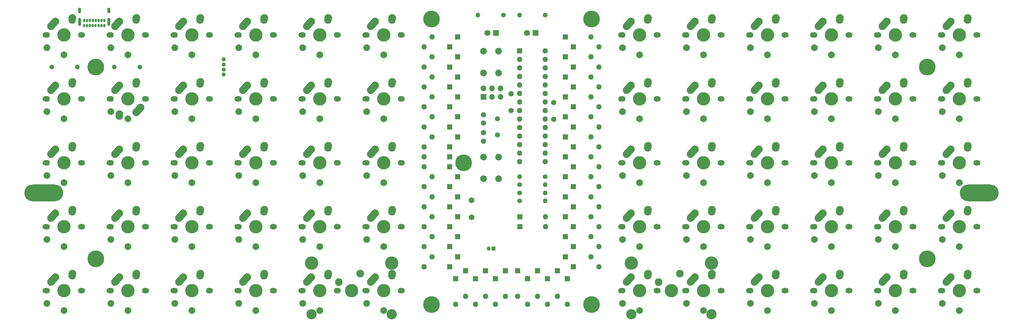
<source format=gbr>
%TF.GenerationSoftware,KiCad,Pcbnew,6.0.10-86aedd382b~118~ubuntu22.10.1*%
%TF.CreationDate,2023-02-06T16:49:43+01:00*%
%TF.ProjectId,lumberjack,6c756d62-6572-46a6-9163-6b2e6b696361,1.7*%
%TF.SameCoordinates,Original*%
%TF.FileFunction,Soldermask,Top*%
%TF.FilePolarity,Negative*%
%FSLAX46Y46*%
G04 Gerber Fmt 4.6, Leading zero omitted, Abs format (unit mm)*
G04 Created by KiCad (PCBNEW 6.0.10-86aedd382b~118~ubuntu22.10.1) date 2023-02-06 16:49:43*
%MOMM*%
%LPD*%
G01*
G04 APERTURE LIST*
G04 Aperture macros list*
%AMHorizOval*
0 Thick line with rounded ends*
0 $1 width*
0 $2 $3 position (X,Y) of the first rounded end (center of the circle)*
0 $4 $5 position (X,Y) of the second rounded end (center of the circle)*
0 Add line between two ends*
20,1,$1,$2,$3,$4,$5,0*
0 Add two circle primitives to create the rounded ends*
1,1,$1,$2,$3*
1,1,$1,$4,$5*%
G04 Aperture macros list end*
%ADD10C,1.600000*%
%ADD11R,1.800000X1.800000*%
%ADD12C,1.800000*%
%ADD13R,1.600000X1.600000*%
%ADD14O,1.600000X1.600000*%
%ADD15C,1.710000*%
%ADD16R,1.200000X1.200000*%
%ADD17C,1.200000*%
%ADD18C,2.000000*%
%ADD19C,5.000000*%
%ADD20O,11.600000X5.000000*%
%ADD21C,3.048000*%
%ADD22C,3.987800*%
%ADD23C,2.286000*%
%ADD24R,1.700000X1.700000*%
%ADD25O,1.700000X1.700000*%
%ADD26C,1.400000*%
%ADD27O,1.400000X1.400000*%
%ADD28C,1.500000*%
%ADD29C,1.700000*%
%ADD30C,1.750000*%
%ADD31HorizOval,2.250000X0.019771X0.290016X-0.019771X-0.290016X0*%
%ADD32C,2.250000*%
%ADD33HorizOval,2.250000X0.654995X0.730004X-0.654995X-0.730004X0*%
%ADD34HorizOval,2.250000X-0.019771X-0.290016X0.019771X0.290016X0*%
%ADD35HorizOval,2.250000X-0.654995X-0.730004X0.654995X0.730004X0*%
%ADD36O,0.650000X1.000000*%
%ADD37O,0.900000X2.400000*%
%ADD38O,0.900000X1.700000*%
%ADD39C,1.244600*%
G04 APERTURE END LIST*
D10*
X144065746Y-95917191D03*
X144065746Y-93417191D03*
X144065746Y-88059374D03*
X144065746Y-90559374D03*
D11*
X159543884Y-63698491D03*
D12*
X157003884Y-63698491D03*
D13*
X154781380Y-69056308D03*
D14*
X154781380Y-71596308D03*
X154781380Y-74136308D03*
X154781380Y-76676308D03*
X154781380Y-79216308D03*
X154781380Y-81756308D03*
X154781380Y-84296308D03*
X154781380Y-86836308D03*
X154781380Y-89376308D03*
X154781380Y-91916308D03*
X154781380Y-94456308D03*
X154781380Y-96996308D03*
X154781380Y-99536308D03*
X154781380Y-102076308D03*
X162401380Y-102076308D03*
X162401380Y-99536308D03*
X162401380Y-96996308D03*
X162401380Y-94456308D03*
X162401380Y-91916308D03*
X162401380Y-89376308D03*
X162401380Y-86836308D03*
X162401380Y-84296308D03*
X162401380Y-81756308D03*
X162401380Y-79216308D03*
X162401380Y-76676308D03*
X162401380Y-74136308D03*
X162401380Y-71596308D03*
X162401380Y-69056308D03*
D15*
X140493868Y-113546035D03*
X140493868Y-118626035D03*
D13*
X136326677Y-82748507D03*
D14*
X128706677Y-82748507D03*
D13*
X136326677Y-118467287D03*
D14*
X128706677Y-118467287D03*
D13*
X150614189Y-134540738D03*
D14*
X150614189Y-142160738D03*
D13*
X147637624Y-136921990D03*
D14*
X147637624Y-144541990D03*
D13*
X144661059Y-134540738D03*
D14*
X144661059Y-142160738D03*
D13*
X138707929Y-134540738D03*
D14*
X138707929Y-142160738D03*
D16*
X147042311Y-127992295D03*
D17*
X145542311Y-127992295D03*
D13*
X136326677Y-76795377D03*
D14*
X128706677Y-76795377D03*
D18*
X144065746Y-100656340D03*
X144065746Y-107156340D03*
X148565746Y-107156340D03*
X148565746Y-100656340D03*
D19*
X128587608Y-59531300D03*
X176212648Y-59531300D03*
X128587608Y-144661059D03*
X176212648Y-144661059D03*
D20*
X13096886Y-111323531D03*
X291703370Y-111323531D03*
D13*
X166092327Y-134540738D03*
D14*
X166092327Y-142160738D03*
D11*
X147796372Y-63698491D03*
D12*
X145256372Y-63698491D03*
D13*
X136326677Y-130373547D03*
D14*
X128706677Y-130373547D03*
D13*
X136326677Y-124420417D03*
D14*
X128706677Y-124420417D03*
D13*
X133945425Y-115490722D03*
D14*
X126325425Y-115490722D03*
D13*
X136326677Y-112514157D03*
D14*
X128706677Y-112514157D03*
D13*
X133945425Y-109537592D03*
D14*
X126325425Y-109537592D03*
D13*
X133945425Y-121443852D03*
D14*
X126325425Y-121443852D03*
D13*
X133945425Y-97631332D03*
D14*
X126325425Y-97631332D03*
D13*
X136326677Y-94654767D03*
D14*
X128706677Y-94654767D03*
D13*
X133945425Y-103584462D03*
D14*
X126325425Y-103584462D03*
D13*
X133945425Y-91678202D03*
D14*
X126325425Y-91678202D03*
D13*
X136326677Y-88701637D03*
D14*
X128706677Y-88701637D03*
D13*
X133945425Y-85725072D03*
D14*
X126325425Y-85725072D03*
D13*
X168473579Y-76795377D03*
D14*
X176093579Y-76795377D03*
D13*
X133945425Y-73818812D03*
D14*
X126325425Y-73818812D03*
D13*
X170854831Y-73818812D03*
D14*
X178474831Y-73818812D03*
D13*
X133945425Y-67865682D03*
D14*
X126325425Y-67865682D03*
D13*
X163115762Y-136921990D03*
D14*
X163115762Y-144541990D03*
D18*
X144065746Y-75604751D03*
X144065746Y-69104751D03*
X148565746Y-75604751D03*
X148565746Y-69104751D03*
D10*
X164940000Y-89400000D03*
X164940000Y-84400000D03*
D13*
X135731364Y-136921990D03*
D14*
X135731364Y-144541990D03*
D13*
X170854831Y-115490722D03*
D14*
X178474831Y-115490722D03*
D13*
X169068892Y-136921990D03*
D14*
X169068892Y-144541990D03*
D13*
X170854831Y-79771942D03*
D14*
X178474831Y-79771942D03*
D13*
X168473579Y-64889117D03*
D14*
X176093579Y-64889117D03*
D13*
X170854831Y-67865682D03*
D14*
X178474831Y-67865682D03*
D13*
X168473579Y-82748507D03*
D14*
X176093579Y-82748507D03*
D13*
X170854831Y-97631332D03*
D14*
X178474831Y-97631332D03*
D13*
X170854831Y-91678202D03*
D14*
X178474831Y-91678202D03*
D13*
X168473579Y-94654767D03*
D14*
X176093579Y-94654767D03*
D13*
X168473579Y-106561027D03*
D14*
X176093579Y-106561027D03*
D13*
X170854831Y-103584462D03*
D14*
X178474831Y-103584462D03*
D13*
X168473579Y-100607897D03*
D14*
X176093579Y-100607897D03*
D13*
X170854831Y-85725072D03*
D14*
X178474831Y-85725072D03*
D13*
X168473579Y-112514157D03*
D14*
X176093579Y-112514157D03*
D13*
X170854831Y-109537592D03*
D14*
X178474831Y-109537592D03*
D13*
X168473579Y-118467287D03*
D14*
X176093579Y-118467287D03*
D13*
X168473579Y-88701637D03*
D14*
X176093579Y-88701637D03*
D13*
X168473579Y-70842247D03*
D14*
X176093579Y-70842247D03*
D13*
X170854831Y-133350112D03*
D14*
X178474831Y-133350112D03*
D13*
X168473579Y-124420417D03*
D14*
X176093579Y-124420417D03*
D13*
X154186067Y-134540738D03*
D14*
X154186067Y-142160738D03*
D13*
X170854831Y-121443852D03*
D14*
X178474831Y-121443852D03*
D13*
X170854831Y-127396982D03*
D14*
X178474831Y-127396982D03*
D13*
X168473579Y-130373547D03*
D14*
X176093579Y-130373547D03*
D13*
X157162632Y-136921990D03*
D14*
X157162632Y-144541990D03*
D21*
X211963168Y-147478868D03*
X188087168Y-147478868D03*
D22*
X200025168Y-140493868D03*
X188087168Y-132238868D03*
X211963168Y-132238868D03*
D23*
X202565168Y-135413868D03*
X196215168Y-137953868D03*
D21*
X92837088Y-147478868D03*
D22*
X92837088Y-132238868D03*
X104775088Y-140493868D03*
D21*
X116713088Y-147478868D03*
D22*
X116713088Y-132238868D03*
D23*
X107315088Y-135413868D03*
X100965088Y-137953868D03*
D10*
X152241000Y-81800000D03*
X152241000Y-86800000D03*
D24*
X144065746Y-82748507D03*
D25*
X144065746Y-80208507D03*
X146605746Y-82748507D03*
X146605746Y-80208507D03*
X149145746Y-82748507D03*
X149145746Y-80208507D03*
D19*
X138112616Y-102393836D03*
D13*
X160139197Y-134540738D03*
D14*
X160139197Y-142160738D03*
D13*
X133945425Y-133350112D03*
D14*
X126325425Y-133350112D03*
D13*
X136326677Y-106561027D03*
D14*
X128706677Y-106561027D03*
D13*
X133945425Y-100607897D03*
D14*
X126325425Y-100607897D03*
D13*
X133945425Y-79771942D03*
D14*
X126325425Y-79771942D03*
D26*
X162401380Y-106561027D03*
D27*
X154781380Y-106561027D03*
D28*
X148200000Y-89250000D03*
X148200000Y-94130000D03*
D13*
X133945425Y-127396982D03*
D14*
X126325425Y-127396982D03*
D26*
X154781380Y-113704783D03*
D27*
X162401380Y-113704783D03*
D26*
X150018876Y-58340674D03*
D27*
X142398876Y-58340674D03*
D26*
X162401380Y-58340674D03*
D27*
X154781380Y-58340674D03*
D26*
X154781380Y-111323531D03*
D27*
X162401380Y-111323531D03*
D13*
X154900449Y-121443852D03*
D14*
X162520449Y-121443852D03*
D13*
X154900449Y-118467287D03*
D14*
X162520449Y-118467287D03*
D26*
X15478138Y-73818812D03*
D27*
X23098138Y-73818812D03*
D26*
X41671910Y-73818812D03*
D27*
X34051910Y-73818812D03*
D26*
X154781380Y-108942279D03*
D27*
X162401380Y-108942279D03*
D13*
X136326677Y-64889117D03*
D14*
X128706677Y-64889117D03*
D13*
X136326677Y-70842247D03*
D14*
X128706677Y-70842247D03*
D13*
X141684494Y-136921990D03*
D14*
X141684494Y-144541990D03*
D29*
X24550016Y-83343820D03*
D30*
X13970016Y-83343820D03*
X24130016Y-83343820D03*
D29*
X13550016Y-83343820D03*
D30*
X13970016Y-83343820D03*
D29*
X24550016Y-83343820D03*
D30*
X24130016Y-83343820D03*
D22*
X19050016Y-83343820D03*
X19050016Y-83343820D03*
D29*
X13550016Y-83343820D03*
D18*
X14050016Y-87143820D03*
D31*
X21569787Y-78553804D03*
D32*
X21590016Y-78263820D03*
D18*
X19050016Y-89243820D03*
D33*
X15895011Y-80073816D03*
D32*
X16550016Y-79343820D03*
D30*
X24130016Y-102393836D03*
D22*
X19050016Y-102393836D03*
D29*
X24550016Y-102393836D03*
X13550016Y-102393836D03*
X24550016Y-102393836D03*
X13550016Y-102393836D03*
D30*
X13970016Y-102393836D03*
D22*
X19050016Y-102393836D03*
D30*
X13970016Y-102393836D03*
X24130016Y-102393836D03*
D32*
X21590016Y-97313836D03*
D31*
X21569787Y-97603820D03*
D18*
X14050016Y-106193836D03*
D32*
X16550016Y-98393836D03*
D18*
X19050016Y-108293836D03*
D33*
X15895011Y-99123832D03*
D29*
X13550016Y-121443852D03*
X13550016Y-121443852D03*
D30*
X24130016Y-121443852D03*
X13970016Y-121443852D03*
X24130016Y-121443852D03*
D29*
X24550016Y-121443852D03*
D22*
X19050016Y-121443852D03*
D29*
X24550016Y-121443852D03*
D22*
X19050016Y-121443852D03*
D30*
X13970016Y-121443852D03*
D18*
X14050016Y-125243852D03*
D32*
X21590016Y-116363852D03*
D31*
X21569787Y-116653836D03*
D32*
X16550016Y-117443852D03*
D18*
X19050016Y-127343852D03*
D33*
X15895011Y-118173848D03*
D30*
X13970016Y-140493868D03*
D29*
X24550016Y-140493868D03*
X13550016Y-140493868D03*
X24550016Y-140493868D03*
D30*
X13970016Y-140493868D03*
D22*
X19050016Y-140493868D03*
D29*
X13550016Y-140493868D03*
D30*
X24130016Y-140493868D03*
D22*
X19050016Y-140493868D03*
D30*
X24130016Y-140493868D03*
D32*
X21590016Y-135413868D03*
D31*
X21569787Y-135703852D03*
D18*
X14050016Y-144293868D03*
D33*
X15895011Y-137223864D03*
D18*
X19050016Y-146393868D03*
D32*
X16550016Y-136493868D03*
D29*
X32600032Y-140493868D03*
D22*
X38100032Y-140493868D03*
D29*
X43600032Y-140493868D03*
X32600032Y-140493868D03*
D30*
X43180032Y-140493868D03*
X43180032Y-140493868D03*
D29*
X43600032Y-140493868D03*
D22*
X38100032Y-140493868D03*
D30*
X33020032Y-140493868D03*
X33020032Y-140493868D03*
D32*
X40640032Y-135413868D03*
D31*
X40619803Y-135703852D03*
D18*
X33100032Y-144293868D03*
D32*
X35600032Y-136493868D03*
D18*
X38100032Y-146393868D03*
D33*
X34945027Y-137223864D03*
D29*
X32600032Y-64293804D03*
D30*
X43180032Y-64293804D03*
D29*
X32600032Y-64293804D03*
X43600032Y-64293804D03*
D30*
X33020032Y-64293804D03*
X43180032Y-64293804D03*
D22*
X38100032Y-64293804D03*
D29*
X43600032Y-64293804D03*
D22*
X38100032Y-64293804D03*
D30*
X33020032Y-64293804D03*
D31*
X40619803Y-59503788D03*
D32*
X40640032Y-59213804D03*
D18*
X33100032Y-68093804D03*
D32*
X35600032Y-60293804D03*
D18*
X38100032Y-70193804D03*
D33*
X34945027Y-61023800D03*
D30*
X33020032Y-83343820D03*
D22*
X38100032Y-83343820D03*
D29*
X32600032Y-83343820D03*
D30*
X43180032Y-83343820D03*
D22*
X38100032Y-83343820D03*
D30*
X33020032Y-83343820D03*
X43180032Y-83343820D03*
D29*
X43600032Y-83343820D03*
X32600032Y-83343820D03*
X43600032Y-83343820D03*
D32*
X35560032Y-88423820D03*
D31*
X40619803Y-78553804D03*
D32*
X40640032Y-78263820D03*
D34*
X35580261Y-88133836D03*
D18*
X33100032Y-87143820D03*
D32*
X40600032Y-87343820D03*
X35600032Y-79343820D03*
D18*
X38100032Y-89243820D03*
D35*
X41255037Y-86613824D03*
D33*
X34945027Y-80073816D03*
D30*
X43180032Y-102393836D03*
D29*
X43600032Y-102393836D03*
D30*
X43180032Y-102393836D03*
D29*
X32600032Y-102393836D03*
D30*
X33020032Y-102393836D03*
D29*
X32600032Y-102393836D03*
X43600032Y-102393836D03*
D22*
X38100032Y-102393836D03*
X38100032Y-102393836D03*
D30*
X33020032Y-102393836D03*
D31*
X40619803Y-97603820D03*
D32*
X40640032Y-97313836D03*
D18*
X33100032Y-106193836D03*
X38100032Y-108293836D03*
D33*
X34945027Y-99123832D03*
D32*
X35600032Y-98393836D03*
D30*
X33020032Y-121443852D03*
D29*
X43600032Y-121443852D03*
D30*
X33020032Y-121443852D03*
D29*
X32600032Y-121443852D03*
D22*
X38100032Y-121443852D03*
D29*
X32600032Y-121443852D03*
D30*
X43180032Y-121443852D03*
D29*
X43600032Y-121443852D03*
D30*
X43180032Y-121443852D03*
D22*
X38100032Y-121443852D03*
D31*
X40619803Y-116653836D03*
D32*
X40640032Y-116363852D03*
D18*
X33100032Y-125243852D03*
X38100032Y-127343852D03*
D33*
X34945027Y-118173848D03*
D32*
X35600032Y-117443852D03*
D29*
X51650048Y-121443852D03*
D30*
X62230048Y-121443852D03*
D29*
X62650048Y-121443852D03*
D30*
X52070048Y-121443852D03*
D22*
X57150048Y-121443852D03*
D29*
X62650048Y-121443852D03*
D30*
X52070048Y-121443852D03*
D29*
X51650048Y-121443852D03*
D30*
X62230048Y-121443852D03*
D22*
X57150048Y-121443852D03*
D31*
X59669819Y-116653836D03*
D32*
X59690048Y-116363852D03*
D18*
X52150048Y-125243852D03*
D32*
X54650048Y-117443852D03*
D33*
X53995043Y-118173848D03*
D18*
X57150048Y-127343852D03*
D29*
X51650048Y-140493868D03*
X62650048Y-140493868D03*
X51650048Y-140493868D03*
D30*
X52070048Y-140493868D03*
D29*
X62650048Y-140493868D03*
D30*
X62230048Y-140493868D03*
X52070048Y-140493868D03*
D22*
X57150048Y-140493868D03*
D30*
X62230048Y-140493868D03*
D22*
X57150048Y-140493868D03*
D31*
X59669819Y-135703852D03*
D32*
X59690048Y-135413868D03*
D18*
X52150048Y-144293868D03*
D33*
X53995043Y-137223864D03*
D18*
X57150048Y-146393868D03*
D32*
X54650048Y-136493868D03*
D29*
X51650048Y-102393836D03*
X51650048Y-102393836D03*
D22*
X57150048Y-102393836D03*
D30*
X62230048Y-102393836D03*
X62230048Y-102393836D03*
X52070048Y-102393836D03*
D29*
X62650048Y-102393836D03*
X62650048Y-102393836D03*
D22*
X57150048Y-102393836D03*
D30*
X52070048Y-102393836D03*
D18*
X52150048Y-106193836D03*
D32*
X59690048Y-97313836D03*
D31*
X59669819Y-97603820D03*
D32*
X54650048Y-98393836D03*
D33*
X53995043Y-99123832D03*
D18*
X57150048Y-108293836D03*
D29*
X70700064Y-102393836D03*
D22*
X76200064Y-102393836D03*
D29*
X81700064Y-102393836D03*
D30*
X71120064Y-102393836D03*
D29*
X81700064Y-102393836D03*
D22*
X76200064Y-102393836D03*
D30*
X81280064Y-102393836D03*
D29*
X70700064Y-102393836D03*
D30*
X71120064Y-102393836D03*
X81280064Y-102393836D03*
D32*
X78740064Y-97313836D03*
D31*
X78719835Y-97603820D03*
D18*
X71200064Y-106193836D03*
X76200064Y-108293836D03*
D32*
X73700064Y-98393836D03*
D33*
X73045059Y-99123832D03*
D22*
X76200064Y-121443852D03*
D29*
X70700064Y-121443852D03*
X81700064Y-121443852D03*
D30*
X81280064Y-121443852D03*
X71120064Y-121443852D03*
D29*
X70700064Y-121443852D03*
X81700064Y-121443852D03*
D30*
X81280064Y-121443852D03*
D22*
X76200064Y-121443852D03*
D30*
X71120064Y-121443852D03*
D18*
X71200064Y-125243852D03*
D32*
X78740064Y-116363852D03*
D31*
X78719835Y-116653836D03*
D32*
X73700064Y-117443852D03*
D33*
X73045059Y-118173848D03*
D18*
X76200064Y-127343852D03*
D30*
X71120064Y-140493868D03*
D29*
X70700064Y-140493868D03*
X70700064Y-140493868D03*
D30*
X71120064Y-140493868D03*
X81280064Y-140493868D03*
X81280064Y-140493868D03*
D29*
X81700064Y-140493868D03*
X81700064Y-140493868D03*
D22*
X76200064Y-140493868D03*
X76200064Y-140493868D03*
D18*
X71200064Y-144293868D03*
D32*
X78740064Y-135413868D03*
D31*
X78719835Y-135703852D03*
D32*
X73700064Y-136493868D03*
D33*
X73045059Y-137223864D03*
D18*
X76200064Y-146393868D03*
D22*
X76200064Y-64293804D03*
D30*
X81280064Y-64293804D03*
D29*
X81700064Y-64293804D03*
X70700064Y-64293804D03*
D22*
X76200064Y-64293804D03*
D29*
X81700064Y-64293804D03*
X70700064Y-64293804D03*
D30*
X71120064Y-64293804D03*
X81280064Y-64293804D03*
X71120064Y-64293804D03*
D32*
X78740064Y-59213804D03*
D18*
X71200064Y-68093804D03*
D31*
X78719835Y-59503788D03*
D18*
X76200064Y-70193804D03*
D32*
X73700064Y-60293804D03*
D33*
X73045059Y-61023800D03*
D29*
X81700064Y-83343820D03*
D22*
X76200064Y-83343820D03*
D30*
X81280064Y-83343820D03*
D29*
X70700064Y-83343820D03*
X70700064Y-83343820D03*
D30*
X81280064Y-83343820D03*
X71120064Y-83343820D03*
D29*
X81700064Y-83343820D03*
D30*
X71120064Y-83343820D03*
D22*
X76200064Y-83343820D03*
D32*
X78740064Y-78263820D03*
D31*
X78719835Y-78553804D03*
D18*
X71200064Y-87143820D03*
X76200064Y-89243820D03*
D33*
X73045059Y-80073816D03*
D32*
X73700064Y-79343820D03*
D29*
X100750080Y-83343820D03*
X89750080Y-83343820D03*
X100750080Y-83343820D03*
X89750080Y-83343820D03*
D30*
X90170080Y-83343820D03*
D22*
X95250080Y-83343820D03*
D30*
X100330080Y-83343820D03*
X90170080Y-83343820D03*
X100330080Y-83343820D03*
D22*
X95250080Y-83343820D03*
D32*
X97790080Y-78263820D03*
D18*
X90250080Y-87143820D03*
D31*
X97769851Y-78553804D03*
D33*
X92095075Y-80073816D03*
D32*
X92750080Y-79343820D03*
D18*
X95250080Y-89243820D03*
D30*
X90170080Y-102393836D03*
D22*
X95250080Y-102393836D03*
D30*
X100330080Y-102393836D03*
D29*
X100750080Y-102393836D03*
D22*
X95250080Y-102393836D03*
D29*
X89750080Y-102393836D03*
X89750080Y-102393836D03*
X100750080Y-102393836D03*
D30*
X90170080Y-102393836D03*
X100330080Y-102393836D03*
D31*
X97769851Y-97603820D03*
D32*
X97790080Y-97313836D03*
D18*
X90250080Y-106193836D03*
X95250080Y-108293836D03*
D33*
X92095075Y-99123832D03*
D32*
X92750080Y-98393836D03*
D22*
X95250080Y-121443852D03*
D30*
X90170080Y-121443852D03*
X90170080Y-121443852D03*
D22*
X95250080Y-121443852D03*
D30*
X100330080Y-121443852D03*
D29*
X89750080Y-121443852D03*
X100750080Y-121443852D03*
D30*
X100330080Y-121443852D03*
D29*
X100750080Y-121443852D03*
X89750080Y-121443852D03*
D32*
X97790080Y-116363852D03*
D18*
X90250080Y-125243852D03*
D31*
X97769851Y-116653836D03*
D18*
X95250080Y-127343852D03*
D33*
X92095075Y-118173848D03*
D32*
X92750080Y-117443852D03*
D29*
X100750080Y-140493868D03*
D22*
X95250080Y-140493868D03*
X95250080Y-140493868D03*
D29*
X89750080Y-140493868D03*
X89750080Y-140493868D03*
D30*
X100330080Y-140493868D03*
X90170080Y-140493868D03*
D29*
X100750080Y-140493868D03*
D30*
X100330080Y-140493868D03*
X90170080Y-140493868D03*
D32*
X97790080Y-135413868D03*
D18*
X90250080Y-144293868D03*
D31*
X97769851Y-135703852D03*
D33*
X92095075Y-137223864D03*
D32*
X92750080Y-136493868D03*
D18*
X95250080Y-146393868D03*
D29*
X89750080Y-64293804D03*
D30*
X90170080Y-64293804D03*
D22*
X95250080Y-64293804D03*
D29*
X100750080Y-64293804D03*
X89750080Y-64293804D03*
D30*
X100330080Y-64293804D03*
X100330080Y-64293804D03*
X90170080Y-64293804D03*
D29*
X100750080Y-64293804D03*
D22*
X95250080Y-64293804D03*
D18*
X90250080Y-68093804D03*
D31*
X97769851Y-59503788D03*
D32*
X97790080Y-59213804D03*
D33*
X92095075Y-61023800D03*
D18*
X95250080Y-70193804D03*
D32*
X92750080Y-60293804D03*
D29*
X119800096Y-64293804D03*
D22*
X114300096Y-64293804D03*
D30*
X119380096Y-64293804D03*
D29*
X108800096Y-64293804D03*
X119800096Y-64293804D03*
D30*
X119380096Y-64293804D03*
D22*
X114300096Y-64293804D03*
D30*
X109220096Y-64293804D03*
D29*
X108800096Y-64293804D03*
D30*
X109220096Y-64293804D03*
D31*
X116819867Y-59503788D03*
D18*
X109300096Y-68093804D03*
D32*
X116840096Y-59213804D03*
D33*
X111145091Y-61023800D03*
D32*
X111800096Y-60293804D03*
D18*
X114300096Y-70193804D03*
D29*
X108800096Y-83343820D03*
X119800096Y-83343820D03*
D22*
X114300096Y-83343820D03*
D30*
X109220096Y-83343820D03*
D29*
X119800096Y-83343820D03*
D30*
X109220096Y-83343820D03*
D22*
X114300096Y-83343820D03*
D30*
X119380096Y-83343820D03*
D29*
X108800096Y-83343820D03*
D30*
X119380096Y-83343820D03*
D32*
X116840096Y-78263820D03*
D31*
X116819867Y-78553804D03*
D18*
X109300096Y-87143820D03*
D33*
X111145091Y-80073816D03*
D18*
X114300096Y-89243820D03*
D32*
X111800096Y-79343820D03*
D30*
X109220096Y-102393836D03*
X109220096Y-102393836D03*
D29*
X108800096Y-102393836D03*
X108800096Y-102393836D03*
D30*
X119380096Y-102393836D03*
D22*
X114300096Y-102393836D03*
D29*
X119800096Y-102393836D03*
X119800096Y-102393836D03*
D22*
X114300096Y-102393836D03*
D30*
X119380096Y-102393836D03*
D31*
X116819867Y-97603820D03*
D18*
X109300096Y-106193836D03*
D32*
X116840096Y-97313836D03*
D18*
X114300096Y-108293836D03*
D32*
X111800096Y-98393836D03*
D33*
X111145091Y-99123832D03*
D29*
X108800096Y-121443852D03*
D30*
X109220096Y-121443852D03*
X119380096Y-121443852D03*
X109220096Y-121443852D03*
D29*
X119800096Y-121443852D03*
D22*
X114300096Y-121443852D03*
D29*
X108800096Y-121443852D03*
D22*
X114300096Y-121443852D03*
D30*
X119380096Y-121443852D03*
D29*
X119800096Y-121443852D03*
D18*
X109300096Y-125243852D03*
D32*
X116840096Y-116363852D03*
D31*
X116819867Y-116653836D03*
D18*
X114300096Y-127343852D03*
D33*
X111145091Y-118173848D03*
D32*
X111800096Y-117443852D03*
D30*
X109220096Y-140493868D03*
D29*
X108800096Y-140493868D03*
D30*
X119380096Y-140493868D03*
X119380096Y-140493868D03*
D22*
X114300096Y-140493868D03*
X114300096Y-140493868D03*
D29*
X119800096Y-140493868D03*
X119800096Y-140493868D03*
D30*
X109220096Y-140493868D03*
D29*
X108800096Y-140493868D03*
D32*
X116840096Y-135413868D03*
D18*
X109300096Y-144293868D03*
D31*
X116819867Y-135703852D03*
D32*
X111800096Y-136493868D03*
D18*
X114300096Y-146393868D03*
D33*
X111145091Y-137223864D03*
D29*
X291250240Y-64293804D03*
D22*
X285750240Y-64293804D03*
D30*
X280670240Y-64293804D03*
D29*
X291250240Y-64293804D03*
D30*
X290830240Y-64293804D03*
D29*
X280250240Y-64293804D03*
X280250240Y-64293804D03*
D22*
X285750240Y-64293804D03*
D30*
X280670240Y-64293804D03*
X290830240Y-64293804D03*
D32*
X288290240Y-59213804D03*
D31*
X288270011Y-59503788D03*
D18*
X280750240Y-68093804D03*
X285750240Y-70193804D03*
D32*
X283250240Y-60293804D03*
D33*
X282595235Y-61023800D03*
D29*
X280250240Y-83343820D03*
D30*
X280670240Y-83343820D03*
X280670240Y-83343820D03*
D22*
X285750240Y-83343820D03*
D30*
X290830240Y-83343820D03*
D29*
X291250240Y-83343820D03*
D22*
X285750240Y-83343820D03*
D29*
X291250240Y-83343820D03*
D30*
X290830240Y-83343820D03*
D29*
X280250240Y-83343820D03*
D31*
X288270011Y-78553804D03*
D18*
X280750240Y-87143820D03*
D32*
X288290240Y-78263820D03*
D33*
X282595235Y-80073816D03*
D18*
X285750240Y-89243820D03*
D32*
X283250240Y-79343820D03*
D30*
X290830240Y-102393836D03*
D22*
X285750240Y-102393836D03*
D30*
X280670240Y-102393836D03*
D29*
X291250240Y-102393836D03*
D22*
X285750240Y-102393836D03*
D30*
X280670240Y-102393836D03*
D29*
X291250240Y-102393836D03*
X280250240Y-102393836D03*
X280250240Y-102393836D03*
D30*
X290830240Y-102393836D03*
D18*
X280750240Y-106193836D03*
D31*
X288270011Y-97603820D03*
D32*
X288290240Y-97313836D03*
D33*
X282595235Y-99123832D03*
D18*
X285750240Y-108293836D03*
D32*
X283250240Y-98393836D03*
D22*
X285750240Y-121443852D03*
D30*
X290830240Y-121443852D03*
D22*
X285750240Y-121443852D03*
D30*
X280670240Y-121443852D03*
D29*
X291250240Y-121443852D03*
X291250240Y-121443852D03*
D30*
X290830240Y-121443852D03*
D29*
X280250240Y-121443852D03*
D30*
X280670240Y-121443852D03*
D29*
X280250240Y-121443852D03*
D31*
X288270011Y-116653836D03*
D18*
X280750240Y-125243852D03*
D32*
X288290240Y-116363852D03*
D18*
X285750240Y-127343852D03*
D32*
X283250240Y-117443852D03*
D33*
X282595235Y-118173848D03*
D29*
X291250240Y-140493868D03*
D30*
X290830240Y-140493868D03*
D29*
X291250240Y-140493868D03*
D22*
X285750240Y-140493868D03*
D30*
X280670240Y-140493868D03*
D29*
X280250240Y-140493868D03*
D30*
X290830240Y-140493868D03*
D22*
X285750240Y-140493868D03*
D30*
X280670240Y-140493868D03*
D29*
X280250240Y-140493868D03*
D31*
X288270011Y-135703852D03*
D18*
X280750240Y-144293868D03*
D32*
X288290240Y-135413868D03*
X283250240Y-136493868D03*
D33*
X282595235Y-137223864D03*
D18*
X285750240Y-146393868D03*
D30*
X261620224Y-140493868D03*
D29*
X261200224Y-140493868D03*
D30*
X271780224Y-140493868D03*
X271780224Y-140493868D03*
D29*
X272200224Y-140493868D03*
D22*
X266700224Y-140493868D03*
D29*
X272200224Y-140493868D03*
X261200224Y-140493868D03*
D22*
X266700224Y-140493868D03*
D30*
X261620224Y-140493868D03*
D18*
X261700224Y-144293868D03*
D32*
X269240224Y-135413868D03*
D31*
X269219995Y-135703852D03*
D18*
X266700224Y-146393868D03*
D32*
X264200224Y-136493868D03*
D33*
X263545219Y-137223864D03*
D30*
X261620224Y-64293804D03*
X261620224Y-64293804D03*
D29*
X272200224Y-64293804D03*
D22*
X266700224Y-64293804D03*
D29*
X272200224Y-64293804D03*
D30*
X271780224Y-64293804D03*
D29*
X261200224Y-64293804D03*
D30*
X271780224Y-64293804D03*
D29*
X261200224Y-64293804D03*
D22*
X266700224Y-64293804D03*
D18*
X261700224Y-68093804D03*
D31*
X269219995Y-59503788D03*
D32*
X269240224Y-59213804D03*
X264200224Y-60293804D03*
D18*
X266700224Y-70193804D03*
D33*
X263545219Y-61023800D03*
D30*
X271780224Y-83343820D03*
X261620224Y-83343820D03*
D29*
X261200224Y-83343820D03*
X272200224Y-83343820D03*
X272200224Y-83343820D03*
X261200224Y-83343820D03*
D22*
X266700224Y-83343820D03*
D30*
X261620224Y-83343820D03*
X271780224Y-83343820D03*
D22*
X266700224Y-83343820D03*
D31*
X269219995Y-78553804D03*
D32*
X269240224Y-78263820D03*
D18*
X261700224Y-87143820D03*
D33*
X263545219Y-80073816D03*
D32*
X264200224Y-79343820D03*
D18*
X266700224Y-89243820D03*
D30*
X261620224Y-102393836D03*
D29*
X272200224Y-102393836D03*
X272200224Y-102393836D03*
X261200224Y-102393836D03*
D30*
X271780224Y-102393836D03*
X271780224Y-102393836D03*
X261620224Y-102393836D03*
D22*
X266700224Y-102393836D03*
X266700224Y-102393836D03*
D29*
X261200224Y-102393836D03*
D18*
X261700224Y-106193836D03*
D32*
X269240224Y-97313836D03*
D31*
X269219995Y-97603820D03*
D33*
X263545219Y-99123832D03*
D32*
X264200224Y-98393836D03*
D18*
X266700224Y-108293836D03*
D30*
X261620224Y-121443852D03*
D29*
X261200224Y-121443852D03*
X272200224Y-121443852D03*
D22*
X266700224Y-121443852D03*
X266700224Y-121443852D03*
D29*
X261200224Y-121443852D03*
D30*
X261620224Y-121443852D03*
D29*
X272200224Y-121443852D03*
D30*
X271780224Y-121443852D03*
X271780224Y-121443852D03*
D31*
X269219995Y-116653836D03*
D18*
X261700224Y-125243852D03*
D32*
X269240224Y-116363852D03*
D33*
X263545219Y-118173848D03*
D32*
X264200224Y-117443852D03*
D18*
X266700224Y-127343852D03*
D29*
X253150208Y-121443852D03*
X242150208Y-121443852D03*
D22*
X247650208Y-121443852D03*
D30*
X242570208Y-121443852D03*
D22*
X247650208Y-121443852D03*
D29*
X253150208Y-121443852D03*
D30*
X252730208Y-121443852D03*
X252730208Y-121443852D03*
D29*
X242150208Y-121443852D03*
D30*
X242570208Y-121443852D03*
D32*
X250190208Y-116363852D03*
D31*
X250169979Y-116653836D03*
D18*
X242650208Y-125243852D03*
D32*
X245150208Y-117443852D03*
D33*
X244495203Y-118173848D03*
D18*
X247650208Y-127343852D03*
D30*
X242570208Y-140493868D03*
D29*
X242150208Y-140493868D03*
X253150208Y-140493868D03*
D22*
X247650208Y-140493868D03*
X247650208Y-140493868D03*
D30*
X242570208Y-140493868D03*
D29*
X253150208Y-140493868D03*
D30*
X252730208Y-140493868D03*
X252730208Y-140493868D03*
D29*
X242150208Y-140493868D03*
D32*
X250190208Y-135413868D03*
D31*
X250169979Y-135703852D03*
D18*
X242650208Y-144293868D03*
D32*
X245150208Y-136493868D03*
D18*
X247650208Y-146393868D03*
D33*
X244495203Y-137223864D03*
D30*
X252730208Y-64293804D03*
D22*
X247650208Y-64293804D03*
D29*
X242150208Y-64293804D03*
D30*
X252730208Y-64293804D03*
D22*
X247650208Y-64293804D03*
D29*
X242150208Y-64293804D03*
X253150208Y-64293804D03*
X253150208Y-64293804D03*
D30*
X242570208Y-64293804D03*
X242570208Y-64293804D03*
D32*
X250190208Y-59213804D03*
D31*
X250169979Y-59503788D03*
D18*
X242650208Y-68093804D03*
X247650208Y-70193804D03*
D32*
X245150208Y-60293804D03*
D33*
X244495203Y-61023800D03*
D30*
X252730208Y-83343820D03*
D22*
X247650208Y-83343820D03*
D29*
X253150208Y-83343820D03*
D30*
X252730208Y-83343820D03*
D22*
X247650208Y-83343820D03*
D30*
X242570208Y-83343820D03*
X242570208Y-83343820D03*
D29*
X253150208Y-83343820D03*
X242150208Y-83343820D03*
X242150208Y-83343820D03*
D18*
X242650208Y-87143820D03*
D31*
X250169979Y-78553804D03*
D32*
X250190208Y-78263820D03*
X245150208Y-79343820D03*
D18*
X247650208Y-89243820D03*
D33*
X244495203Y-80073816D03*
D30*
X252730208Y-102393836D03*
X252730208Y-102393836D03*
D29*
X242150208Y-102393836D03*
X242150208Y-102393836D03*
D30*
X242570208Y-102393836D03*
D22*
X247650208Y-102393836D03*
D29*
X253150208Y-102393836D03*
D22*
X247650208Y-102393836D03*
D29*
X253150208Y-102393836D03*
D30*
X242570208Y-102393836D03*
D18*
X242650208Y-106193836D03*
D32*
X250190208Y-97313836D03*
D31*
X250169979Y-97603820D03*
D18*
X247650208Y-108293836D03*
D33*
X244495203Y-99123832D03*
D32*
X245150208Y-98393836D03*
D30*
X223520192Y-102393836D03*
X223520192Y-102393836D03*
D22*
X228600192Y-102393836D03*
D30*
X233680192Y-102393836D03*
X233680192Y-102393836D03*
D29*
X234100192Y-102393836D03*
X223100192Y-102393836D03*
X223100192Y-102393836D03*
X234100192Y-102393836D03*
D22*
X228600192Y-102393836D03*
D31*
X231119963Y-97603820D03*
D32*
X231140192Y-97313836D03*
D18*
X223600192Y-106193836D03*
X228600192Y-108293836D03*
D32*
X226100192Y-98393836D03*
D33*
X225445187Y-99123832D03*
D29*
X234100192Y-121443852D03*
D30*
X223520192Y-121443852D03*
D29*
X223100192Y-121443852D03*
D30*
X233680192Y-121443852D03*
X233680192Y-121443852D03*
D29*
X234100192Y-121443852D03*
X223100192Y-121443852D03*
D30*
X223520192Y-121443852D03*
D22*
X228600192Y-121443852D03*
X228600192Y-121443852D03*
D32*
X231140192Y-116363852D03*
D18*
X223600192Y-125243852D03*
D31*
X231119963Y-116653836D03*
D32*
X226100192Y-117443852D03*
D18*
X228600192Y-127343852D03*
D33*
X225445187Y-118173848D03*
D30*
X233680192Y-140493868D03*
D29*
X234100192Y-140493868D03*
D22*
X228600192Y-140493868D03*
D30*
X223520192Y-140493868D03*
D29*
X223100192Y-140493868D03*
D30*
X223520192Y-140493868D03*
D29*
X223100192Y-140493868D03*
D30*
X233680192Y-140493868D03*
D29*
X234100192Y-140493868D03*
D22*
X228600192Y-140493868D03*
D31*
X231119963Y-135703852D03*
D18*
X223600192Y-144293868D03*
D32*
X231140192Y-135413868D03*
D18*
X228600192Y-146393868D03*
D33*
X225445187Y-137223864D03*
D32*
X226100192Y-136493868D03*
D22*
X228600192Y-64293804D03*
D30*
X223520192Y-64293804D03*
D29*
X223100192Y-64293804D03*
D30*
X233680192Y-64293804D03*
D22*
X228600192Y-64293804D03*
D30*
X223520192Y-64293804D03*
D29*
X234100192Y-64293804D03*
X234100192Y-64293804D03*
D30*
X233680192Y-64293804D03*
D29*
X223100192Y-64293804D03*
D18*
X223600192Y-68093804D03*
D31*
X231119963Y-59503788D03*
D32*
X231140192Y-59213804D03*
D33*
X225445187Y-61023800D03*
D32*
X226100192Y-60293804D03*
D18*
X228600192Y-70193804D03*
D29*
X234100192Y-83343820D03*
D30*
X223520192Y-83343820D03*
D29*
X223100192Y-83343820D03*
X223100192Y-83343820D03*
D30*
X223520192Y-83343820D03*
X233680192Y-83343820D03*
X233680192Y-83343820D03*
D22*
X228600192Y-83343820D03*
X228600192Y-83343820D03*
D29*
X234100192Y-83343820D03*
D18*
X223600192Y-87143820D03*
D31*
X231119963Y-78553804D03*
D32*
X231140192Y-78263820D03*
D18*
X228600192Y-89243820D03*
D32*
X226100192Y-79343820D03*
D33*
X225445187Y-80073816D03*
D30*
X204470176Y-83343820D03*
D22*
X209550176Y-83343820D03*
D29*
X204050176Y-83343820D03*
X204050176Y-83343820D03*
D30*
X204470176Y-83343820D03*
D29*
X215050176Y-83343820D03*
D22*
X209550176Y-83343820D03*
D30*
X214630176Y-83343820D03*
X214630176Y-83343820D03*
D29*
X215050176Y-83343820D03*
D18*
X204550176Y-87143820D03*
D32*
X212090176Y-78263820D03*
D31*
X212069947Y-78553804D03*
D32*
X207050176Y-79343820D03*
D18*
X209550176Y-89243820D03*
D33*
X206395171Y-80073816D03*
D22*
X209550176Y-102393836D03*
X209550176Y-102393836D03*
D29*
X215050176Y-102393836D03*
D30*
X204470176Y-102393836D03*
D29*
X204050176Y-102393836D03*
D30*
X214630176Y-102393836D03*
D29*
X204050176Y-102393836D03*
D30*
X204470176Y-102393836D03*
X214630176Y-102393836D03*
D29*
X215050176Y-102393836D03*
D18*
X204550176Y-106193836D03*
D31*
X212069947Y-97603820D03*
D32*
X212090176Y-97313836D03*
X207050176Y-98393836D03*
D33*
X206395171Y-99123832D03*
D18*
X209550176Y-108293836D03*
D29*
X215050176Y-121443852D03*
D30*
X204470176Y-121443852D03*
X214630176Y-121443852D03*
D29*
X204050176Y-121443852D03*
D22*
X209550176Y-121443852D03*
X209550176Y-121443852D03*
D30*
X214630176Y-121443852D03*
D29*
X204050176Y-121443852D03*
X215050176Y-121443852D03*
D30*
X204470176Y-121443852D03*
D31*
X212069947Y-116653836D03*
D18*
X204550176Y-125243852D03*
D32*
X212090176Y-116363852D03*
D18*
X209550176Y-127343852D03*
D32*
X207050176Y-117443852D03*
D33*
X206395171Y-118173848D03*
D29*
X215050176Y-140493868D03*
X204050176Y-140493868D03*
D30*
X204470176Y-140493868D03*
X214630176Y-140493868D03*
D22*
X209550176Y-140493868D03*
X209550176Y-140493868D03*
D30*
X214630176Y-140493868D03*
X204470176Y-140493868D03*
D29*
X204050176Y-140493868D03*
X215050176Y-140493868D03*
D31*
X212069947Y-135703852D03*
D18*
X204550176Y-144293868D03*
D32*
X212090176Y-135413868D03*
D18*
X209550176Y-146393868D03*
D32*
X207050176Y-136493868D03*
D33*
X206395171Y-137223864D03*
D30*
X204470176Y-64293804D03*
D29*
X204050176Y-64293804D03*
D22*
X209550176Y-64293804D03*
X209550176Y-64293804D03*
D29*
X215050176Y-64293804D03*
D30*
X214630176Y-64293804D03*
X204470176Y-64293804D03*
X214630176Y-64293804D03*
D29*
X215050176Y-64293804D03*
X204050176Y-64293804D03*
D31*
X212069947Y-59503788D03*
D32*
X212090176Y-59213804D03*
D18*
X204550176Y-68093804D03*
X209550176Y-70193804D03*
D33*
X206395171Y-61023800D03*
D32*
X207050176Y-60293804D03*
D30*
X195580160Y-64293804D03*
X185420160Y-64293804D03*
D29*
X185000160Y-64293804D03*
X196000160Y-64293804D03*
D30*
X185420160Y-64293804D03*
D22*
X190500160Y-64293804D03*
D30*
X195580160Y-64293804D03*
D22*
X190500160Y-64293804D03*
D29*
X196000160Y-64293804D03*
X185000160Y-64293804D03*
D31*
X193019931Y-59503788D03*
D32*
X193040160Y-59213804D03*
D18*
X185500160Y-68093804D03*
X190500160Y-70193804D03*
D32*
X188000160Y-60293804D03*
D33*
X187345155Y-61023800D03*
D29*
X196000160Y-83343820D03*
D30*
X185420160Y-83343820D03*
X195580160Y-83343820D03*
D22*
X190500160Y-83343820D03*
D29*
X185000160Y-83343820D03*
D22*
X190500160Y-83343820D03*
D29*
X196000160Y-83343820D03*
X185000160Y-83343820D03*
D30*
X185420160Y-83343820D03*
X195580160Y-83343820D03*
D18*
X185500160Y-87143820D03*
D32*
X193040160Y-78263820D03*
D31*
X193019931Y-78553804D03*
D32*
X188000160Y-79343820D03*
D33*
X187345155Y-80073816D03*
D18*
X190500160Y-89243820D03*
D30*
X195580160Y-102393836D03*
X195580160Y-102393836D03*
D29*
X185000160Y-102393836D03*
X196000160Y-102393836D03*
D22*
X190500160Y-102393836D03*
D30*
X185420160Y-102393836D03*
D29*
X196000160Y-102393836D03*
D22*
X190500160Y-102393836D03*
D29*
X185000160Y-102393836D03*
D30*
X185420160Y-102393836D03*
D18*
X185500160Y-106193836D03*
D32*
X193040160Y-97313836D03*
D31*
X193019931Y-97603820D03*
D32*
X188000160Y-98393836D03*
D33*
X187345155Y-99123832D03*
D18*
X190500160Y-108293836D03*
D30*
X195580160Y-121443852D03*
X185420160Y-121443852D03*
D29*
X185000160Y-121443852D03*
X185000160Y-121443852D03*
D22*
X190500160Y-121443852D03*
D29*
X196000160Y-121443852D03*
D30*
X185420160Y-121443852D03*
X195580160Y-121443852D03*
D22*
X190500160Y-121443852D03*
D29*
X196000160Y-121443852D03*
D32*
X193040160Y-116363852D03*
D18*
X185500160Y-125243852D03*
D31*
X193019931Y-116653836D03*
D18*
X190500160Y-127343852D03*
D33*
X187345155Y-118173848D03*
D32*
X188000160Y-117443852D03*
D22*
X190500160Y-140493868D03*
D30*
X185420160Y-140493868D03*
D29*
X196000160Y-140493868D03*
X185000160Y-140493868D03*
D30*
X185420160Y-140493868D03*
X195580160Y-140493868D03*
D29*
X196000160Y-140493868D03*
D22*
X190500160Y-140493868D03*
D30*
X195580160Y-140493868D03*
D29*
X185000160Y-140493868D03*
D32*
X193040160Y-135413868D03*
D18*
X185500160Y-144293868D03*
D31*
X193019931Y-135703852D03*
D33*
X187345155Y-137223864D03*
D18*
X190500160Y-146393868D03*
D32*
X188000160Y-136493868D03*
D29*
X62650048Y-64293804D03*
D30*
X52070048Y-64293804D03*
D22*
X57150048Y-64293804D03*
D29*
X51650048Y-64293804D03*
D30*
X52070048Y-64293804D03*
D29*
X62650048Y-64293804D03*
D22*
X57150048Y-64293804D03*
D30*
X62230048Y-64293804D03*
D29*
X51650048Y-64293804D03*
D30*
X62230048Y-64293804D03*
D18*
X52150048Y-68093804D03*
D31*
X59669819Y-59503788D03*
D32*
X59690048Y-59213804D03*
X54650048Y-60293804D03*
D18*
X57150048Y-70193804D03*
D33*
X53995043Y-61023800D03*
D29*
X62650048Y-83343820D03*
D30*
X52070048Y-83343820D03*
D22*
X57150048Y-83343820D03*
D29*
X51650048Y-83343820D03*
D30*
X52070048Y-83343820D03*
X62230048Y-83343820D03*
D22*
X57150048Y-83343820D03*
D29*
X62650048Y-83343820D03*
D30*
X62230048Y-83343820D03*
D29*
X51650048Y-83343820D03*
D31*
X59669819Y-78553804D03*
D18*
X52150048Y-87143820D03*
D32*
X59690048Y-78263820D03*
X54650048Y-79343820D03*
D33*
X53995043Y-80073816D03*
D18*
X57150048Y-89243820D03*
D19*
X28575024Y-130968860D03*
X276225232Y-73818812D03*
X276225232Y-130968860D03*
X28575024Y-73818812D03*
D22*
X19049968Y-64293750D03*
D29*
X13549968Y-64293750D03*
X24549968Y-64293750D03*
D30*
X13969968Y-64293750D03*
X13969968Y-64293750D03*
X24129968Y-64293750D03*
D22*
X19049968Y-64293750D03*
D29*
X24549968Y-64293750D03*
X13549968Y-64293750D03*
D30*
X24129968Y-64293750D03*
D32*
X21589968Y-59213750D03*
D18*
X14049968Y-68093750D03*
D31*
X21569739Y-59503734D03*
D32*
X16549968Y-60293750D03*
D33*
X15894963Y-61023746D03*
D18*
X19049968Y-70193750D03*
D36*
X29379968Y-61456250D03*
X26834968Y-60004250D03*
X26829968Y-61456250D03*
X29384968Y-60004250D03*
X27679968Y-61456250D03*
X28534968Y-60004250D03*
X27684968Y-60004250D03*
X28529968Y-61456250D03*
X25129968Y-61456250D03*
X31079968Y-61456250D03*
X31084968Y-60004250D03*
X25129968Y-60004250D03*
D37*
X23779968Y-60412750D03*
X32429968Y-60412750D03*
D38*
X23779968Y-57032750D03*
X32429968Y-57032750D03*
D36*
X30234968Y-60004250D03*
X25984968Y-60004250D03*
X25979968Y-61456250D03*
X30229968Y-61456250D03*
D39*
X66675000Y-76075000D03*
X66675000Y-74575001D03*
X66675000Y-73074999D03*
X66675000Y-71574999D03*
M02*

</source>
